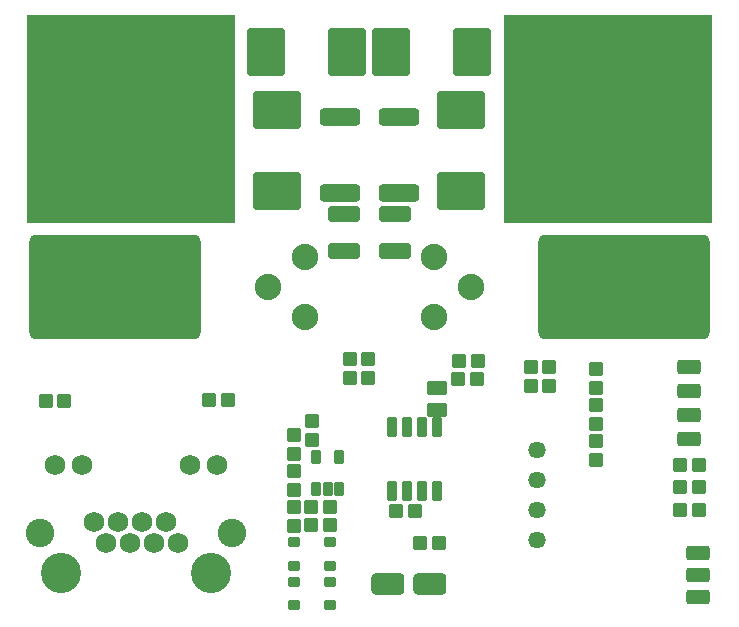
<source format=gbr>
G04*
G04 #@! TF.GenerationSoftware,Altium Limited,Altium Designer,23.8.1 (32)*
G04*
G04 Layer_Color=8388736*
%FSLAX25Y25*%
%MOIN*%
G70*
G04*
G04 #@! TF.SameCoordinates,264EC624-27BF-4E82-BD90-BE7253C1E6FF*
G04*
G04*
G04 #@! TF.FilePolarity,Negative*
G04*
G01*
G75*
G04:AMPARAMS|DCode=30|XSize=45mil|YSize=47mil|CornerRadius=5.85mil|HoleSize=0mil|Usage=FLASHONLY|Rotation=0.000|XOffset=0mil|YOffset=0mil|HoleType=Round|Shape=RoundedRectangle|*
%AMROUNDEDRECTD30*
21,1,0.04500,0.03530,0,0,0.0*
21,1,0.03330,0.04700,0,0,0.0*
1,1,0.01170,0.01665,-0.01765*
1,1,0.01170,-0.01665,-0.01765*
1,1,0.01170,-0.01665,0.01765*
1,1,0.01170,0.01665,0.01765*
%
%ADD30ROUNDEDRECTD30*%
G04:AMPARAMS|DCode=31|XSize=45mil|YSize=47mil|CornerRadius=5.85mil|HoleSize=0mil|Usage=FLASHONLY|Rotation=270.000|XOffset=0mil|YOffset=0mil|HoleType=Round|Shape=RoundedRectangle|*
%AMROUNDEDRECTD31*
21,1,0.04500,0.03530,0,0,270.0*
21,1,0.03330,0.04700,0,0,270.0*
1,1,0.01170,-0.01765,-0.01665*
1,1,0.01170,-0.01765,0.01665*
1,1,0.01170,0.01765,0.01665*
1,1,0.01170,0.01765,-0.01665*
%
%ADD31ROUNDEDRECTD31*%
G04:AMPARAMS|DCode=32|XSize=79mil|YSize=47mil|CornerRadius=8.88mil|HoleSize=0mil|Usage=FLASHONLY|Rotation=0.000|XOffset=0mil|YOffset=0mil|HoleType=Round|Shape=RoundedRectangle|*
%AMROUNDEDRECTD32*
21,1,0.07900,0.02925,0,0,0.0*
21,1,0.06125,0.04700,0,0,0.0*
1,1,0.01775,0.03063,-0.01463*
1,1,0.01775,-0.03063,-0.01463*
1,1,0.01775,-0.03063,0.01463*
1,1,0.01775,0.03063,0.01463*
%
%ADD32ROUNDEDRECTD32*%
G04:AMPARAMS|DCode=33|XSize=69mil|YSize=32mil|CornerRadius=5.2mil|HoleSize=0mil|Usage=FLASHONLY|Rotation=90.000|XOffset=0mil|YOffset=0mil|HoleType=Round|Shape=RoundedRectangle|*
%AMROUNDEDRECTD33*
21,1,0.06900,0.02160,0,0,90.0*
21,1,0.05860,0.03200,0,0,90.0*
1,1,0.01040,0.01080,0.02930*
1,1,0.01040,0.01080,-0.02930*
1,1,0.01040,-0.01080,-0.02930*
1,1,0.01040,-0.01080,0.02930*
%
%ADD33ROUNDEDRECTD33*%
G04:AMPARAMS|DCode=34|XSize=32mil|YSize=49mil|CornerRadius=5.2mil|HoleSize=0mil|Usage=FLASHONLY|Rotation=0.000|XOffset=0mil|YOffset=0mil|HoleType=Round|Shape=RoundedRectangle|*
%AMROUNDEDRECTD34*
21,1,0.03200,0.03860,0,0,0.0*
21,1,0.02160,0.04900,0,0,0.0*
1,1,0.01040,0.01080,-0.01930*
1,1,0.01040,-0.01080,-0.01930*
1,1,0.01040,-0.01080,0.01930*
1,1,0.01040,0.01080,0.01930*
%
%ADD34ROUNDEDRECTD34*%
G04:AMPARAMS|DCode=35|XSize=57mil|YSize=133mil|CornerRadius=10.13mil|HoleSize=0mil|Usage=FLASHONLY|Rotation=90.000|XOffset=0mil|YOffset=0mil|HoleType=Round|Shape=RoundedRectangle|*
%AMROUNDEDRECTD35*
21,1,0.05700,0.11275,0,0,90.0*
21,1,0.03675,0.13300,0,0,90.0*
1,1,0.02025,0.05638,0.01838*
1,1,0.02025,0.05638,-0.01838*
1,1,0.02025,-0.05638,-0.01838*
1,1,0.02025,-0.05638,0.01838*
%
%ADD35ROUNDEDRECTD35*%
G04:AMPARAMS|DCode=36|XSize=158mil|YSize=127mil|CornerRadius=9.95mil|HoleSize=0mil|Usage=FLASHONLY|Rotation=0.000|XOffset=0mil|YOffset=0mil|HoleType=Round|Shape=RoundedRectangle|*
%AMROUNDEDRECTD36*
21,1,0.15800,0.10710,0,0,0.0*
21,1,0.13810,0.12700,0,0,0.0*
1,1,0.01990,0.06905,-0.05355*
1,1,0.01990,-0.06905,-0.05355*
1,1,0.01990,-0.06905,0.05355*
1,1,0.01990,0.06905,0.05355*
%
%ADD36ROUNDEDRECTD36*%
G04:AMPARAMS|DCode=37|XSize=158mil|YSize=127mil|CornerRadius=9.95mil|HoleSize=0mil|Usage=FLASHONLY|Rotation=90.000|XOffset=0mil|YOffset=0mil|HoleType=Round|Shape=RoundedRectangle|*
%AMROUNDEDRECTD37*
21,1,0.15800,0.10710,0,0,90.0*
21,1,0.13810,0.12700,0,0,90.0*
1,1,0.01990,0.05355,0.06905*
1,1,0.01990,0.05355,-0.06905*
1,1,0.01990,-0.05355,-0.06905*
1,1,0.01990,-0.05355,0.06905*
%
%ADD37ROUNDEDRECTD37*%
G04:AMPARAMS|DCode=38|XSize=39.5mil|YSize=34mil|CornerRadius=5.3mil|HoleSize=0mil|Usage=FLASHONLY|Rotation=0.000|XOffset=0mil|YOffset=0mil|HoleType=Round|Shape=RoundedRectangle|*
%AMROUNDEDRECTD38*
21,1,0.03950,0.02340,0,0,0.0*
21,1,0.02890,0.03400,0,0,0.0*
1,1,0.01060,0.01445,-0.01170*
1,1,0.01060,-0.01445,-0.01170*
1,1,0.01060,-0.01445,0.01170*
1,1,0.01060,0.01445,0.01170*
%
%ADD38ROUNDEDRECTD38*%
G04:AMPARAMS|DCode=39|XSize=51mil|YSize=106mil|CornerRadius=6.15mil|HoleSize=0mil|Usage=FLASHONLY|Rotation=270.000|XOffset=0mil|YOffset=0mil|HoleType=Round|Shape=RoundedRectangle|*
%AMROUNDEDRECTD39*
21,1,0.05100,0.09370,0,0,270.0*
21,1,0.03870,0.10600,0,0,270.0*
1,1,0.01230,-0.04685,-0.01935*
1,1,0.01230,-0.04685,0.01935*
1,1,0.01230,0.04685,0.01935*
1,1,0.01230,0.04685,-0.01935*
%
%ADD39ROUNDEDRECTD39*%
G04:AMPARAMS|DCode=40|XSize=47mil|YSize=65mil|CornerRadius=5.95mil|HoleSize=0mil|Usage=FLASHONLY|Rotation=270.000|XOffset=0mil|YOffset=0mil|HoleType=Round|Shape=RoundedRectangle|*
%AMROUNDEDRECTD40*
21,1,0.04700,0.05310,0,0,270.0*
21,1,0.03510,0.06500,0,0,270.0*
1,1,0.01190,-0.02655,-0.01755*
1,1,0.01190,-0.02655,0.01755*
1,1,0.01190,0.02655,0.01755*
1,1,0.01190,0.02655,-0.01755*
%
%ADD40ROUNDEDRECTD40*%
G04:AMPARAMS|DCode=41|XSize=71mil|YSize=110mil|CornerRadius=11.88mil|HoleSize=0mil|Usage=FLASHONLY|Rotation=270.000|XOffset=0mil|YOffset=0mil|HoleType=Round|Shape=RoundedRectangle|*
%AMROUNDEDRECTD41*
21,1,0.07100,0.08625,0,0,270.0*
21,1,0.04725,0.11000,0,0,270.0*
1,1,0.02375,-0.04313,-0.02362*
1,1,0.02375,-0.04313,0.02362*
1,1,0.02375,0.04313,0.02362*
1,1,0.02375,0.04313,-0.02362*
%
%ADD41ROUNDEDRECTD41*%
G04:AMPARAMS|DCode=42|XSize=349mil|YSize=571mil|CornerRadius=21.05mil|HoleSize=0mil|Usage=FLASHONLY|Rotation=270.000|XOffset=0mil|YOffset=0mil|HoleType=Round|Shape=RoundedRectangle|*
%AMROUNDEDRECTD42*
21,1,0.34900,0.52890,0,0,270.0*
21,1,0.30690,0.57100,0,0,270.0*
1,1,0.04210,-0.26445,-0.15345*
1,1,0.04210,-0.26445,0.15345*
1,1,0.04210,0.26445,0.15345*
1,1,0.04210,0.26445,-0.15345*
%
%ADD42ROUNDEDRECTD42*%
%ADD43C,0.08800*%
%ADD44C,0.05740*%
%ADD45R,0.69550X0.69550*%
%ADD46C,0.06800*%
%ADD47C,0.13400*%
%ADD48C,0.09500*%
D30*
X96000Y35800D02*
D03*
X102300D02*
D03*
X219000Y35000D02*
D03*
X225300D02*
D03*
X219000Y42500D02*
D03*
X225300D02*
D03*
X151300Y78600D02*
D03*
X145000D02*
D03*
X151400Y84600D02*
D03*
X145100D02*
D03*
X96000Y29900D02*
D03*
X102300D02*
D03*
X68300Y71700D02*
D03*
X62000D02*
D03*
X7400Y71300D02*
D03*
X13700D02*
D03*
X219000Y50000D02*
D03*
X225300D02*
D03*
X130400Y34500D02*
D03*
X124100D02*
D03*
X132100Y23900D02*
D03*
X138400D02*
D03*
D31*
X175100Y76300D02*
D03*
Y82600D02*
D03*
X109000Y85200D02*
D03*
Y78900D02*
D03*
X115000Y85200D02*
D03*
Y78900D02*
D03*
X90200Y60000D02*
D03*
Y53700D02*
D03*
X191000Y51700D02*
D03*
Y58000D02*
D03*
Y63700D02*
D03*
Y70000D02*
D03*
X90200Y48000D02*
D03*
Y41700D02*
D03*
X191000Y75700D02*
D03*
Y82000D02*
D03*
X90200Y36000D02*
D03*
Y29700D02*
D03*
X96200Y64600D02*
D03*
Y58300D02*
D03*
X169100Y82600D02*
D03*
Y76300D02*
D03*
D32*
X222000Y82500D02*
D03*
Y74500D02*
D03*
Y58600D02*
D03*
Y66600D02*
D03*
X224900Y5900D02*
D03*
Y13300D02*
D03*
X225000Y20700D02*
D03*
D33*
X122800Y41350D02*
D03*
X127800D02*
D03*
X132800D02*
D03*
X137800D02*
D03*
X132800Y62650D02*
D03*
X127800D02*
D03*
X122800D02*
D03*
X137800D02*
D03*
D34*
X97720Y41900D02*
D03*
X101460D02*
D03*
X105200D02*
D03*
Y52500D02*
D03*
X97720D02*
D03*
D35*
X105600Y140700D02*
D03*
Y165900D02*
D03*
X125100D02*
D03*
Y140700D02*
D03*
D36*
X145900Y168100D02*
D03*
Y141100D02*
D03*
X84700Y168100D02*
D03*
Y141100D02*
D03*
D37*
X122700Y187600D02*
D03*
X149700D02*
D03*
X107900D02*
D03*
X80900D02*
D03*
D38*
X90100Y16250D02*
D03*
Y24100D02*
D03*
X102100D02*
D03*
Y16250D02*
D03*
X90100Y3200D02*
D03*
Y11050D02*
D03*
X102100D02*
D03*
Y3200D02*
D03*
D39*
X123800Y133600D02*
D03*
Y121400D02*
D03*
X106900D02*
D03*
Y133600D02*
D03*
D40*
X137800Y68100D02*
D03*
Y75600D02*
D03*
D41*
X135700Y10200D02*
D03*
X121500D02*
D03*
D42*
X200200Y109200D02*
D03*
X30500D02*
D03*
D43*
X136800Y119200D02*
D03*
X149300Y109200D02*
D03*
X136800Y99200D02*
D03*
X93900Y119200D02*
D03*
X81400Y109200D02*
D03*
X93900Y99200D02*
D03*
D44*
X171100Y24900D02*
D03*
Y34900D02*
D03*
Y44900D02*
D03*
Y54900D02*
D03*
D45*
X194800Y165200D02*
D03*
X35800D02*
D03*
D46*
X51600Y23900D02*
D03*
X47575Y30900D02*
D03*
X43575Y23900D02*
D03*
X39525Y30900D02*
D03*
X35550Y23900D02*
D03*
X31525Y30900D02*
D03*
X27525Y23900D02*
D03*
X23500Y30900D02*
D03*
X64600Y49900D02*
D03*
X55600D02*
D03*
X19600D02*
D03*
X10600D02*
D03*
D47*
X12600Y13900D02*
D03*
X62600D02*
D03*
D48*
X5600Y27400D02*
D03*
X69600D02*
D03*
M02*

</source>
